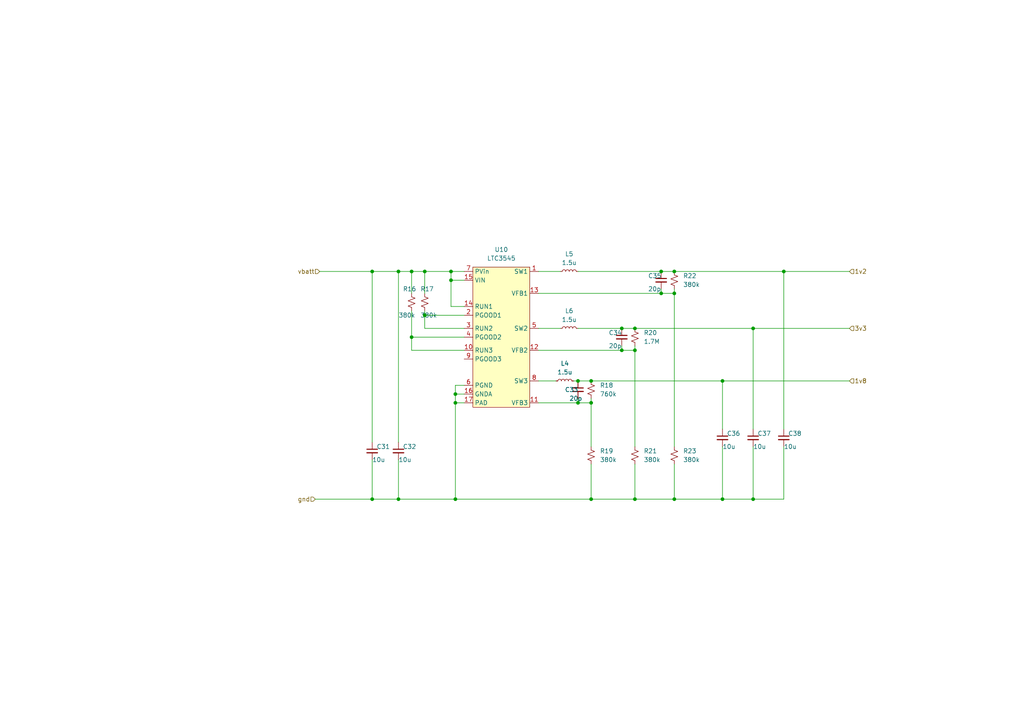
<source format=kicad_sch>
(kicad_sch (version 20211123) (generator eeschema)

  (uuid 8f58cc9e-4244-476f-a43f-ec055cc3eced)

  (paper "A4")

  (lib_symbols
    (symbol "0_kicad_custom_symbols:LTC3545" (in_bom yes) (on_board yes)
      (property "Reference" "U" (id 0) (at 0 24.13 0)
        (effects (font (size 1.27 1.27)))
      )
      (property "Value" "LTC3545" (id 1) (at 0 21.59 0)
        (effects (font (size 1.27 1.27)))
      )
      (property "Footprint" "" (id 2) (at 1.27 25.4 0)
        (effects (font (size 1.27 1.27)) hide)
      )
      (property "Datasheet" "" (id 3) (at 1.27 25.4 0)
        (effects (font (size 1.27 1.27)) hide)
      )
      (symbol "LTC3545_0_0"
        (pin unspecified line (at 11.43 19.05 180) (length 2.54)
          (name "SW1" (effects (font (size 1.27 1.27))))
          (number "1" (effects (font (size 1.27 1.27))))
        )
        (pin unspecified line (at -10.16 -3.81 0) (length 2.54)
          (name "RUN3" (effects (font (size 1.27 1.27))))
          (number "10" (effects (font (size 1.27 1.27))))
        )
        (pin unspecified line (at 11.43 -19.05 180) (length 2.54)
          (name "VFB3" (effects (font (size 1.27 1.27))))
          (number "11" (effects (font (size 1.27 1.27))))
        )
        (pin unspecified line (at 11.43 -3.81 180) (length 2.54)
          (name "VFB2" (effects (font (size 1.27 1.27))))
          (number "12" (effects (font (size 1.27 1.27))))
        )
        (pin unspecified line (at 11.43 12.7 180) (length 2.54)
          (name "VFB1" (effects (font (size 1.27 1.27))))
          (number "13" (effects (font (size 1.27 1.27))))
        )
        (pin unspecified line (at -10.16 8.89 0) (length 2.54)
          (name "RUN1" (effects (font (size 1.27 1.27))))
          (number "14" (effects (font (size 1.27 1.27))))
        )
        (pin unspecified line (at -10.16 16.51 0) (length 2.54)
          (name "VIN" (effects (font (size 1.27 1.27))))
          (number "15" (effects (font (size 1.27 1.27))))
        )
        (pin unspecified line (at -10.16 -16.51 0) (length 2.54)
          (name "GNDA" (effects (font (size 1.27 1.27))))
          (number "16" (effects (font (size 1.27 1.27))))
        )
        (pin unspecified line (at -10.16 -19.05 0) (length 2.54)
          (name "PAD" (effects (font (size 1.27 1.27))))
          (number "17" (effects (font (size 1.27 1.27))))
        )
        (pin unspecified line (at -10.16 6.35 0) (length 2.54)
          (name "PGOOD1" (effects (font (size 1.27 1.27))))
          (number "2" (effects (font (size 1.27 1.27))))
        )
        (pin unspecified line (at -10.16 2.54 0) (length 2.54)
          (name "RUN2" (effects (font (size 1.27 1.27))))
          (number "3" (effects (font (size 1.27 1.27))))
        )
        (pin unspecified line (at -10.16 0 0) (length 2.54)
          (name "PGOOD2" (effects (font (size 1.27 1.27))))
          (number "4" (effects (font (size 1.27 1.27))))
        )
        (pin unspecified line (at 11.43 2.54 180) (length 2.54)
          (name "SW2" (effects (font (size 1.27 1.27))))
          (number "5" (effects (font (size 1.27 1.27))))
        )
        (pin unspecified line (at -10.16 -13.97 0) (length 2.54)
          (name "PGND" (effects (font (size 1.27 1.27))))
          (number "6" (effects (font (size 1.27 1.27))))
        )
        (pin unspecified line (at -10.16 19.05 0) (length 2.54)
          (name "PVin" (effects (font (size 1.27 1.27))))
          (number "7" (effects (font (size 1.27 1.27))))
        )
        (pin unspecified line (at 11.43 -12.7 180) (length 2.54)
          (name "SW3" (effects (font (size 1.27 1.27))))
          (number "8" (effects (font (size 1.27 1.27))))
        )
        (pin unspecified line (at -10.16 -6.35 0) (length 2.54)
          (name "PGOOD3" (effects (font (size 1.27 1.27))))
          (number "9" (effects (font (size 1.27 1.27))))
        )
      )
      (symbol "LTC3545_0_1"
        (rectangle (start -7.62 20.32) (end 8.89 -20.32)
          (stroke (width 0) (type default) (color 0 0 0 0))
          (fill (type background))
        )
      )
    )
    (symbol "Device:C_Small" (pin_numbers hide) (pin_names (offset 0.254) hide) (in_bom yes) (on_board yes)
      (property "Reference" "C" (id 0) (at 0.254 1.778 0)
        (effects (font (size 1.27 1.27)) (justify left))
      )
      (property "Value" "C_Small" (id 1) (at 0.254 -2.032 0)
        (effects (font (size 1.27 1.27)) (justify left))
      )
      (property "Footprint" "" (id 2) (at 0 0 0)
        (effects (font (size 1.27 1.27)) hide)
      )
      (property "Datasheet" "~" (id 3) (at 0 0 0)
        (effects (font (size 1.27 1.27)) hide)
      )
      (property "ki_keywords" "capacitor cap" (id 4) (at 0 0 0)
        (effects (font (size 1.27 1.27)) hide)
      )
      (property "ki_description" "Unpolarized capacitor, small symbol" (id 5) (at 0 0 0)
        (effects (font (size 1.27 1.27)) hide)
      )
      (property "ki_fp_filters" "C_*" (id 6) (at 0 0 0)
        (effects (font (size 1.27 1.27)) hide)
      )
      (symbol "C_Small_0_1"
        (polyline
          (pts
            (xy -1.524 -0.508)
            (xy 1.524 -0.508)
          )
          (stroke (width 0.3302) (type default) (color 0 0 0 0))
          (fill (type none))
        )
        (polyline
          (pts
            (xy -1.524 0.508)
            (xy 1.524 0.508)
          )
          (stroke (width 0.3048) (type default) (color 0 0 0 0))
          (fill (type none))
        )
      )
      (symbol "C_Small_1_1"
        (pin passive line (at 0 2.54 270) (length 2.032)
          (name "~" (effects (font (size 1.27 1.27))))
          (number "1" (effects (font (size 1.27 1.27))))
        )
        (pin passive line (at 0 -2.54 90) (length 2.032)
          (name "~" (effects (font (size 1.27 1.27))))
          (number "2" (effects (font (size 1.27 1.27))))
        )
      )
    )
    (symbol "Device:L_Small" (pin_numbers hide) (pin_names (offset 0.254) hide) (in_bom yes) (on_board yes)
      (property "Reference" "L" (id 0) (at 0.762 1.016 0)
        (effects (font (size 1.27 1.27)) (justify left))
      )
      (property "Value" "L_Small" (id 1) (at 0.762 -1.016 0)
        (effects (font (size 1.27 1.27)) (justify left))
      )
      (property "Footprint" "" (id 2) (at 0 0 0)
        (effects (font (size 1.27 1.27)) hide)
      )
      (property "Datasheet" "~" (id 3) (at 0 0 0)
        (effects (font (size 1.27 1.27)) hide)
      )
      (property "ki_keywords" "inductor choke coil reactor magnetic" (id 4) (at 0 0 0)
        (effects (font (size 1.27 1.27)) hide)
      )
      (property "ki_description" "Inductor, small symbol" (id 5) (at 0 0 0)
        (effects (font (size 1.27 1.27)) hide)
      )
      (property "ki_fp_filters" "Choke_* *Coil* Inductor_* L_*" (id 6) (at 0 0 0)
        (effects (font (size 1.27 1.27)) hide)
      )
      (symbol "L_Small_0_1"
        (arc (start 0 -2.032) (mid 0.508 -1.524) (end 0 -1.016)
          (stroke (width 0) (type default) (color 0 0 0 0))
          (fill (type none))
        )
        (arc (start 0 -1.016) (mid 0.508 -0.508) (end 0 0)
          (stroke (width 0) (type default) (color 0 0 0 0))
          (fill (type none))
        )
        (arc (start 0 0) (mid 0.508 0.508) (end 0 1.016)
          (stroke (width 0) (type default) (color 0 0 0 0))
          (fill (type none))
        )
        (arc (start 0 1.016) (mid 0.508 1.524) (end 0 2.032)
          (stroke (width 0) (type default) (color 0 0 0 0))
          (fill (type none))
        )
      )
      (symbol "L_Small_1_1"
        (pin passive line (at 0 2.54 270) (length 0.508)
          (name "~" (effects (font (size 1.27 1.27))))
          (number "1" (effects (font (size 1.27 1.27))))
        )
        (pin passive line (at 0 -2.54 90) (length 0.508)
          (name "~" (effects (font (size 1.27 1.27))))
          (number "2" (effects (font (size 1.27 1.27))))
        )
      )
    )
    (symbol "Device:R_Small_US" (pin_numbers hide) (pin_names (offset 0.254) hide) (in_bom yes) (on_board yes)
      (property "Reference" "R" (id 0) (at 0.762 0.508 0)
        (effects (font (size 1.27 1.27)) (justify left))
      )
      (property "Value" "R_Small_US" (id 1) (at 0.762 -1.016 0)
        (effects (font (size 1.27 1.27)) (justify left))
      )
      (property "Footprint" "" (id 2) (at 0 0 0)
        (effects (font (size 1.27 1.27)) hide)
      )
      (property "Datasheet" "~" (id 3) (at 0 0 0)
        (effects (font (size 1.27 1.27)) hide)
      )
      (property "ki_keywords" "r resistor" (id 4) (at 0 0 0)
        (effects (font (size 1.27 1.27)) hide)
      )
      (property "ki_description" "Resistor, small US symbol" (id 5) (at 0 0 0)
        (effects (font (size 1.27 1.27)) hide)
      )
      (property "ki_fp_filters" "R_*" (id 6) (at 0 0 0)
        (effects (font (size 1.27 1.27)) hide)
      )
      (symbol "R_Small_US_1_1"
        (polyline
          (pts
            (xy 0 0)
            (xy 1.016 -0.381)
            (xy 0 -0.762)
            (xy -1.016 -1.143)
            (xy 0 -1.524)
          )
          (stroke (width 0) (type default) (color 0 0 0 0))
          (fill (type none))
        )
        (polyline
          (pts
            (xy 0 1.524)
            (xy 1.016 1.143)
            (xy 0 0.762)
            (xy -1.016 0.381)
            (xy 0 0)
          )
          (stroke (width 0) (type default) (color 0 0 0 0))
          (fill (type none))
        )
        (pin passive line (at 0 2.54 270) (length 1.016)
          (name "~" (effects (font (size 1.27 1.27))))
          (number "1" (effects (font (size 1.27 1.27))))
        )
        (pin passive line (at 0 -2.54 90) (length 1.016)
          (name "~" (effects (font (size 1.27 1.27))))
          (number "2" (effects (font (size 1.27 1.27))))
        )
      )
    )
  )

  (junction (at 171.45 116.84) (diameter 0) (color 0 0 0 0)
    (uuid 03591743-5a5c-4839-8140-7b06fad441ff)
  )
  (junction (at 132.08 144.78) (diameter 0) (color 0 0 0 0)
    (uuid 058b7c00-73c0-4aae-87d6-e022e8fa4e39)
  )
  (junction (at 171.45 110.49) (diameter 0) (color 0 0 0 0)
    (uuid 10fc3560-fe83-4be4-8641-a2a2424b53dd)
  )
  (junction (at 209.55 144.78) (diameter 0) (color 0 0 0 0)
    (uuid 112ad690-921a-41bd-901f-294ef772e717)
  )
  (junction (at 123.19 91.44) (diameter 0) (color 0 0 0 0)
    (uuid 1981e47b-d7b3-4c81-892f-feb679625eb1)
  )
  (junction (at 107.95 144.78) (diameter 0) (color 0 0 0 0)
    (uuid 22be73ca-f70c-470e-9535-40b4f7917278)
  )
  (junction (at 130.81 78.74) (diameter 0) (color 0 0 0 0)
    (uuid 290dca0c-1086-48f4-80fc-5327d165d33d)
  )
  (junction (at 180.34 95.25) (diameter 0) (color 0 0 0 0)
    (uuid 4afab244-9449-4ee1-a298-29e5f607b780)
  )
  (junction (at 218.44 144.78) (diameter 0) (color 0 0 0 0)
    (uuid 5008ed21-81f9-4ca3-a950-33ab849210d6)
  )
  (junction (at 209.55 110.49) (diameter 0) (color 0 0 0 0)
    (uuid 52040f13-271c-40a2-9817-fe4d028e0001)
  )
  (junction (at 195.58 85.09) (diameter 0) (color 0 0 0 0)
    (uuid 55d78ae3-c503-4265-8d80-bcfba6d1353a)
  )
  (junction (at 132.08 116.84) (diameter 0) (color 0 0 0 0)
    (uuid 60ba51a7-1d4f-470f-b776-6c36c2ce5971)
  )
  (junction (at 184.15 95.25) (diameter 0) (color 0 0 0 0)
    (uuid 67f041b6-e849-49bc-b9db-341c7ef11d56)
  )
  (junction (at 184.15 101.6) (diameter 0) (color 0 0 0 0)
    (uuid 72943449-7d4e-4164-b628-6132a0d529ee)
  )
  (junction (at 130.81 81.28) (diameter 0) (color 0 0 0 0)
    (uuid 7deee722-b579-486d-8b72-0a374053a2eb)
  )
  (junction (at 191.77 78.74) (diameter 0) (color 0 0 0 0)
    (uuid 862e9d3a-d00c-4e35-a1f3-b8523c0b3875)
  )
  (junction (at 195.58 144.78) (diameter 0) (color 0 0 0 0)
    (uuid 91735eb9-6771-4a53-8594-6bc2cc789b55)
  )
  (junction (at 167.64 116.84) (diameter 0) (color 0 0 0 0)
    (uuid 9a58e0f5-5f93-4806-a6cb-7d03971b93da)
  )
  (junction (at 167.64 110.49) (diameter 0) (color 0 0 0 0)
    (uuid 9abebcc4-4ba0-4b09-b1e2-d0d3bb543ddb)
  )
  (junction (at 119.38 97.79) (diameter 0) (color 0 0 0 0)
    (uuid a7f50aa3-b5d8-4563-8d3e-7df8dd41168f)
  )
  (junction (at 115.57 144.78) (diameter 0) (color 0 0 0 0)
    (uuid b16288df-eec6-4ae7-aa58-eac485b572d1)
  )
  (junction (at 123.19 78.74) (diameter 0) (color 0 0 0 0)
    (uuid b8485665-9c74-42b9-bbc0-f1df8c5d21e2)
  )
  (junction (at 107.95 78.74) (diameter 0) (color 0 0 0 0)
    (uuid beb999e9-7c41-4394-908f-ffa317b3d9da)
  )
  (junction (at 115.57 78.74) (diameter 0) (color 0 0 0 0)
    (uuid c15cebbb-a6ee-4e47-89b1-ddec340a2783)
  )
  (junction (at 191.77 85.09) (diameter 0) (color 0 0 0 0)
    (uuid c4ba02a1-8f5b-40b6-8960-b9e3d27f9147)
  )
  (junction (at 180.34 101.6) (diameter 0) (color 0 0 0 0)
    (uuid d60c823c-8f23-4a67-be7b-2b8828441d2f)
  )
  (junction (at 218.44 95.25) (diameter 0) (color 0 0 0 0)
    (uuid db1501fa-a701-4048-8f84-8bc65c0601dc)
  )
  (junction (at 184.15 144.78) (diameter 0) (color 0 0 0 0)
    (uuid df2fa1f6-9855-4f63-9651-205b7f75b9f0)
  )
  (junction (at 227.33 78.74) (diameter 0) (color 0 0 0 0)
    (uuid e1be12ef-1667-4657-8e22-e29ce369e590)
  )
  (junction (at 132.08 114.3) (diameter 0) (color 0 0 0 0)
    (uuid e653be94-887e-48f2-9e69-61973902ec02)
  )
  (junction (at 195.58 78.74) (diameter 0) (color 0 0 0 0)
    (uuid e829cd38-2ba5-4b69-9f53-cf78acb70a9d)
  )
  (junction (at 119.38 78.74) (diameter 0) (color 0 0 0 0)
    (uuid ea0b9e60-dfab-444a-9a96-57a7ac22ec76)
  )
  (junction (at 171.45 144.78) (diameter 0) (color 0 0 0 0)
    (uuid fc598991-33f1-45b4-a92a-faa2fa26c46c)
  )

  (wire (pts (xy 209.55 110.49) (xy 209.55 124.46))
    (stroke (width 0) (type default) (color 0 0 0 0))
    (uuid 0030fc66-73ac-4643-af59-25c5159a7a54)
  )
  (wire (pts (xy 184.15 101.6) (xy 184.15 100.33))
    (stroke (width 0) (type default) (color 0 0 0 0))
    (uuid 00f2c48d-2f75-47bf-bd07-7bd0fa3f9834)
  )
  (wire (pts (xy 132.08 144.78) (xy 115.57 144.78))
    (stroke (width 0) (type default) (color 0 0 0 0))
    (uuid 02e33b8c-be39-4e3f-b3e0-7a40e059d55d)
  )
  (wire (pts (xy 227.33 144.78) (xy 227.33 129.54))
    (stroke (width 0) (type default) (color 0 0 0 0))
    (uuid 04ba9f20-ce5b-4ca8-afbe-925f2da020f5)
  )
  (wire (pts (xy 227.33 78.74) (xy 246.38 78.74))
    (stroke (width 0) (type default) (color 0 0 0 0))
    (uuid 0c42a8d0-675c-42e2-9276-ab70f0819c1a)
  )
  (wire (pts (xy 227.33 78.74) (xy 227.33 124.46))
    (stroke (width 0) (type default) (color 0 0 0 0))
    (uuid 1b2c7f8f-2009-44c6-a862-61ae7efb5b9a)
  )
  (wire (pts (xy 115.57 128.27) (xy 115.57 78.74))
    (stroke (width 0) (type default) (color 0 0 0 0))
    (uuid 29a6c550-58d8-475b-a9f7-6b992a26fc62)
  )
  (wire (pts (xy 130.81 78.74) (xy 134.62 78.74))
    (stroke (width 0) (type default) (color 0 0 0 0))
    (uuid 2aae96b7-5c53-49a5-a8e1-e458a9bdc370)
  )
  (wire (pts (xy 107.95 78.74) (xy 107.95 128.27))
    (stroke (width 0) (type default) (color 0 0 0 0))
    (uuid 39e3d666-c3a6-469c-9eef-7b1e52c07679)
  )
  (wire (pts (xy 115.57 144.78) (xy 107.95 144.78))
    (stroke (width 0) (type default) (color 0 0 0 0))
    (uuid 3b133da7-950d-4f21-968c-1377735a22d1)
  )
  (wire (pts (xy 167.64 115.57) (xy 167.64 116.84))
    (stroke (width 0) (type default) (color 0 0 0 0))
    (uuid 42f3ecda-1094-4f1c-a151-904d476f4ef2)
  )
  (wire (pts (xy 123.19 95.25) (xy 123.19 91.44))
    (stroke (width 0) (type default) (color 0 0 0 0))
    (uuid 4abcc845-2c5e-419c-b3af-b822c7c0d8a8)
  )
  (wire (pts (xy 171.45 134.62) (xy 171.45 144.78))
    (stroke (width 0) (type default) (color 0 0 0 0))
    (uuid 4af851ff-3f20-4c0d-8950-71e377697aac)
  )
  (wire (pts (xy 132.08 114.3) (xy 134.62 114.3))
    (stroke (width 0) (type default) (color 0 0 0 0))
    (uuid 4b64d1a3-09eb-42b1-b68c-c0910e86bc56)
  )
  (wire (pts (xy 184.15 134.62) (xy 184.15 144.78))
    (stroke (width 0) (type default) (color 0 0 0 0))
    (uuid 4cfb522d-838b-4f9f-a42a-2ace55329a09)
  )
  (wire (pts (xy 195.58 85.09) (xy 195.58 83.82))
    (stroke (width 0) (type default) (color 0 0 0 0))
    (uuid 516daf5c-571a-46d0-b62e-e3cab55c995b)
  )
  (wire (pts (xy 195.58 85.09) (xy 195.58 129.54))
    (stroke (width 0) (type default) (color 0 0 0 0))
    (uuid 518f6839-3519-4322-9cc9-5d5bd4f36995)
  )
  (wire (pts (xy 123.19 91.44) (xy 134.62 91.44))
    (stroke (width 0) (type default) (color 0 0 0 0))
    (uuid 531ae204-11d5-4dcd-9956-84d8ad2240bd)
  )
  (wire (pts (xy 132.08 116.84) (xy 132.08 144.78))
    (stroke (width 0) (type default) (color 0 0 0 0))
    (uuid 58ee184c-826b-4a80-a8d1-c35c7ccaa3d9)
  )
  (wire (pts (xy 191.77 85.09) (xy 195.58 85.09))
    (stroke (width 0) (type default) (color 0 0 0 0))
    (uuid 5b70ae99-36ee-415c-a8b3-3dee2c41ddc3)
  )
  (wire (pts (xy 91.44 144.78) (xy 107.95 144.78))
    (stroke (width 0) (type default) (color 0 0 0 0))
    (uuid 5b948d3f-dc98-4534-a4ca-2cd6d7bbe884)
  )
  (wire (pts (xy 171.45 144.78) (xy 184.15 144.78))
    (stroke (width 0) (type default) (color 0 0 0 0))
    (uuid 62ea90cf-0840-4612-a791-d16d3d566f41)
  )
  (wire (pts (xy 132.08 114.3) (xy 132.08 116.84))
    (stroke (width 0) (type default) (color 0 0 0 0))
    (uuid 67cbaa25-fa93-4101-8b5d-2e0e78e1cb1a)
  )
  (wire (pts (xy 132.08 144.78) (xy 171.45 144.78))
    (stroke (width 0) (type default) (color 0 0 0 0))
    (uuid 6860e3b5-7b56-41f8-9fc5-1a17c3b164e0)
  )
  (wire (pts (xy 123.19 91.44) (xy 123.19 90.17))
    (stroke (width 0) (type default) (color 0 0 0 0))
    (uuid 69e26f81-bdc9-4712-9fc4-690f68669e9d)
  )
  (wire (pts (xy 134.62 81.28) (xy 130.81 81.28))
    (stroke (width 0) (type default) (color 0 0 0 0))
    (uuid 6aa10ac7-416b-4b64-98d8-f058b1914e3b)
  )
  (wire (pts (xy 180.34 101.6) (xy 184.15 101.6))
    (stroke (width 0) (type default) (color 0 0 0 0))
    (uuid 6bc0f187-777e-4dee-a1f9-28b1009d4bf5)
  )
  (wire (pts (xy 134.62 95.25) (xy 123.19 95.25))
    (stroke (width 0) (type default) (color 0 0 0 0))
    (uuid 6c2cbc4d-efe2-416f-a9ce-56bff87eef29)
  )
  (wire (pts (xy 218.44 95.25) (xy 218.44 124.46))
    (stroke (width 0) (type default) (color 0 0 0 0))
    (uuid 6dad4726-5bc6-45f7-86c2-bbd4c072a6ed)
  )
  (wire (pts (xy 191.77 83.82) (xy 191.77 85.09))
    (stroke (width 0) (type default) (color 0 0 0 0))
    (uuid 7083624f-d338-4bf8-bda1-0a0dea78f414)
  )
  (wire (pts (xy 134.62 88.9) (xy 130.81 88.9))
    (stroke (width 0) (type default) (color 0 0 0 0))
    (uuid 718aaace-6945-4036-b6a5-c72fc69745d2)
  )
  (wire (pts (xy 119.38 78.74) (xy 123.19 78.74))
    (stroke (width 0) (type default) (color 0 0 0 0))
    (uuid 72618360-bf32-4fb7-b51f-0eec97217c2d)
  )
  (wire (pts (xy 134.62 97.79) (xy 119.38 97.79))
    (stroke (width 0) (type default) (color 0 0 0 0))
    (uuid 75899da7-8411-4f79-8065-a0cacd9f18ca)
  )
  (wire (pts (xy 156.21 78.74) (xy 162.56 78.74))
    (stroke (width 0) (type default) (color 0 0 0 0))
    (uuid 7f8ea062-a422-42ce-9c33-48ee2fa739b8)
  )
  (wire (pts (xy 156.21 101.6) (xy 180.34 101.6))
    (stroke (width 0) (type default) (color 0 0 0 0))
    (uuid 81bce221-ee00-4358-959a-4750e9fbcb73)
  )
  (wire (pts (xy 107.95 144.78) (xy 107.95 133.35))
    (stroke (width 0) (type default) (color 0 0 0 0))
    (uuid 851c44a0-678a-4a16-ae59-65f9d57d1d47)
  )
  (wire (pts (xy 209.55 144.78) (xy 218.44 144.78))
    (stroke (width 0) (type default) (color 0 0 0 0))
    (uuid 8561a421-c87a-4751-b80d-7e42c9bcd9e6)
  )
  (wire (pts (xy 195.58 144.78) (xy 209.55 144.78))
    (stroke (width 0) (type default) (color 0 0 0 0))
    (uuid 8a461514-237c-491c-b6da-7bb659469551)
  )
  (wire (pts (xy 184.15 144.78) (xy 195.58 144.78))
    (stroke (width 0) (type default) (color 0 0 0 0))
    (uuid 8ae53312-e83a-41b0-8e63-8d1a6fe4101e)
  )
  (wire (pts (xy 132.08 111.76) (xy 132.08 114.3))
    (stroke (width 0) (type default) (color 0 0 0 0))
    (uuid 8b28c9e2-f403-4275-9025-e58228647a63)
  )
  (wire (pts (xy 167.64 110.49) (xy 171.45 110.49))
    (stroke (width 0) (type default) (color 0 0 0 0))
    (uuid 8bae84d5-11b4-4574-b8de-625497cc75ff)
  )
  (wire (pts (xy 123.19 78.74) (xy 123.19 85.09))
    (stroke (width 0) (type default) (color 0 0 0 0))
    (uuid 95d23938-eff6-415c-af0d-2f0a518f7b96)
  )
  (wire (pts (xy 156.21 85.09) (xy 191.77 85.09))
    (stroke (width 0) (type default) (color 0 0 0 0))
    (uuid 95fbd1c1-8d05-486d-8256-04f216541071)
  )
  (wire (pts (xy 115.57 78.74) (xy 107.95 78.74))
    (stroke (width 0) (type default) (color 0 0 0 0))
    (uuid 98128fbb-2c9a-4a58-afe1-57a51e387a2b)
  )
  (wire (pts (xy 167.64 78.74) (xy 191.77 78.74))
    (stroke (width 0) (type default) (color 0 0 0 0))
    (uuid a2e97759-c647-4bbc-b824-7f245baa6528)
  )
  (wire (pts (xy 218.44 144.78) (xy 227.33 144.78))
    (stroke (width 0) (type default) (color 0 0 0 0))
    (uuid a3abe6e8-1557-422c-a5c1-6f744dd4e953)
  )
  (wire (pts (xy 218.44 95.25) (xy 246.38 95.25))
    (stroke (width 0) (type default) (color 0 0 0 0))
    (uuid aba01953-9de2-4cfa-8440-e19c841fce69)
  )
  (wire (pts (xy 167.64 116.84) (xy 171.45 116.84))
    (stroke (width 0) (type default) (color 0 0 0 0))
    (uuid b145842e-bce7-41b8-a0b2-9b9c004d22ae)
  )
  (wire (pts (xy 130.81 81.28) (xy 130.81 78.74))
    (stroke (width 0) (type default) (color 0 0 0 0))
    (uuid b88e6621-c7b2-4a9f-8b83-31dc3974d002)
  )
  (wire (pts (xy 180.34 100.33) (xy 180.34 101.6))
    (stroke (width 0) (type default) (color 0 0 0 0))
    (uuid b97530c3-5ce4-4dd8-a1bc-47486e1adf99)
  )
  (wire (pts (xy 134.62 101.6) (xy 119.38 101.6))
    (stroke (width 0) (type default) (color 0 0 0 0))
    (uuid ba0a2d6f-8360-4f05-b083-62a0c80668cf)
  )
  (wire (pts (xy 171.45 116.84) (xy 171.45 115.57))
    (stroke (width 0) (type default) (color 0 0 0 0))
    (uuid bafc5238-1a9b-4296-8d69-8e0b133db30d)
  )
  (wire (pts (xy 171.45 116.84) (xy 171.45 129.54))
    (stroke (width 0) (type default) (color 0 0 0 0))
    (uuid bc5c13ca-819f-4f33-a0d8-a6917977c718)
  )
  (wire (pts (xy 184.15 95.25) (xy 218.44 95.25))
    (stroke (width 0) (type default) (color 0 0 0 0))
    (uuid c1545f94-fb95-49f5-a539-a84a773c5381)
  )
  (wire (pts (xy 209.55 129.54) (xy 209.55 144.78))
    (stroke (width 0) (type default) (color 0 0 0 0))
    (uuid c4984944-d133-41b6-9d36-40da93631789)
  )
  (wire (pts (xy 184.15 101.6) (xy 184.15 129.54))
    (stroke (width 0) (type default) (color 0 0 0 0))
    (uuid c8320c0f-1c7e-4f89-bcf2-7ca279447677)
  )
  (wire (pts (xy 130.81 81.28) (xy 130.81 88.9))
    (stroke (width 0) (type default) (color 0 0 0 0))
    (uuid ca4c2229-ed72-4b9e-8316-fca44d18679d)
  )
  (wire (pts (xy 156.21 116.84) (xy 167.64 116.84))
    (stroke (width 0) (type default) (color 0 0 0 0))
    (uuid cb33ee62-d462-49b2-b3f2-027c2d44b98c)
  )
  (wire (pts (xy 92.71 78.74) (xy 107.95 78.74))
    (stroke (width 0) (type default) (color 0 0 0 0))
    (uuid d4288c20-afb8-466c-92a8-c4fe87bb9518)
  )
  (wire (pts (xy 156.21 95.25) (xy 162.56 95.25))
    (stroke (width 0) (type default) (color 0 0 0 0))
    (uuid d60bf5b0-d256-4c09-9b02-382f0d8305d1)
  )
  (wire (pts (xy 115.57 133.35) (xy 115.57 144.78))
    (stroke (width 0) (type default) (color 0 0 0 0))
    (uuid d72c9527-030e-4926-8a94-f791c448adb5)
  )
  (wire (pts (xy 209.55 110.49) (xy 246.38 110.49))
    (stroke (width 0) (type default) (color 0 0 0 0))
    (uuid d884fe46-5b8c-449a-8346-709b05a944f0)
  )
  (wire (pts (xy 119.38 97.79) (xy 119.38 90.17))
    (stroke (width 0) (type default) (color 0 0 0 0))
    (uuid d9532ab0-2014-49ee-9d70-ae5cb9ab3cd0)
  )
  (wire (pts (xy 119.38 78.74) (xy 119.38 85.09))
    (stroke (width 0) (type default) (color 0 0 0 0))
    (uuid e0a667ab-c57e-4dc6-8b7c-fee353179d50)
  )
  (wire (pts (xy 115.57 78.74) (xy 119.38 78.74))
    (stroke (width 0) (type default) (color 0 0 0 0))
    (uuid e0dcc309-5dcc-459e-910f-c1467f8fa170)
  )
  (wire (pts (xy 119.38 101.6) (xy 119.38 97.79))
    (stroke (width 0) (type default) (color 0 0 0 0))
    (uuid e5f6f493-1852-4f2a-a91f-90c860c6e3df)
  )
  (wire (pts (xy 166.37 110.49) (xy 167.64 110.49))
    (stroke (width 0) (type default) (color 0 0 0 0))
    (uuid ec11218b-ec96-440c-8f9e-b219d703551e)
  )
  (wire (pts (xy 156.21 110.49) (xy 161.29 110.49))
    (stroke (width 0) (type default) (color 0 0 0 0))
    (uuid eff68a16-eb16-4f36-bb1f-89070d51d691)
  )
  (wire (pts (xy 171.45 110.49) (xy 209.55 110.49))
    (stroke (width 0) (type default) (color 0 0 0 0))
    (uuid f0370cd7-fd11-4f22-8fa7-55f6ec00f0c9)
  )
  (wire (pts (xy 132.08 116.84) (xy 134.62 116.84))
    (stroke (width 0) (type default) (color 0 0 0 0))
    (uuid f46c30aa-32a2-462d-9545-cac3d29196d9)
  )
  (wire (pts (xy 191.77 78.74) (xy 195.58 78.74))
    (stroke (width 0) (type default) (color 0 0 0 0))
    (uuid f6d461e6-2ad3-4c4e-9a80-3f5924ce1842)
  )
  (wire (pts (xy 195.58 78.74) (xy 227.33 78.74))
    (stroke (width 0) (type default) (color 0 0 0 0))
    (uuid f80c3a54-6403-49c2-8a42-0e6dc30df5c2)
  )
  (wire (pts (xy 180.34 95.25) (xy 184.15 95.25))
    (stroke (width 0) (type default) (color 0 0 0 0))
    (uuid f853ed52-c0fa-4638-9940-b2bb550dfe50)
  )
  (wire (pts (xy 195.58 134.62) (xy 195.58 144.78))
    (stroke (width 0) (type default) (color 0 0 0 0))
    (uuid fc1b818c-9fee-425a-bfaf-6afd9cd934a1)
  )
  (wire (pts (xy 218.44 129.54) (xy 218.44 144.78))
    (stroke (width 0) (type default) (color 0 0 0 0))
    (uuid fda5a7a7-305f-47b7-912a-f0bc51dea737)
  )
  (wire (pts (xy 123.19 78.74) (xy 130.81 78.74))
    (stroke (width 0) (type default) (color 0 0 0 0))
    (uuid fe5517ce-9954-4718-be8e-7089454afd17)
  )
  (wire (pts (xy 167.64 95.25) (xy 180.34 95.25))
    (stroke (width 0) (type default) (color 0 0 0 0))
    (uuid fed14461-b754-4d56-b372-78112a52b7d2)
  )
  (wire (pts (xy 134.62 111.76) (xy 132.08 111.76))
    (stroke (width 0) (type default) (color 0 0 0 0))
    (uuid ffc274ff-880a-4aaa-b0d2-c432423df0e8)
  )

  (hierarchical_label "gnd" (shape input) (at 91.44 144.78 180)
    (effects (font (size 1.27 1.27)) (justify right))
    (uuid 43d87278-475a-4258-8ee3-d5a1c4623c3f)
  )
  (hierarchical_label "1v2" (shape input) (at 246.38 78.74 0)
    (effects (font (size 1.27 1.27)) (justify left))
    (uuid 5369fcae-5439-433a-ba67-603cac830a41)
  )
  (hierarchical_label "3v3" (shape input) (at 246.38 95.25 0)
    (effects (font (size 1.27 1.27)) (justify left))
    (uuid 8dff4221-6bee-43c9-bd3d-4a81a330d6be)
  )
  (hierarchical_label "vbatt" (shape input) (at 92.71 78.74 180)
    (effects (font (size 1.27 1.27)) (justify right))
    (uuid e9436b74-e0b6-49ec-a8da-2bff5bc51902)
  )
  (hierarchical_label "1v8" (shape input) (at 246.38 110.49 0)
    (effects (font (size 1.27 1.27)) (justify left))
    (uuid ee010711-c08e-49c8-accb-63566274c403)
  )

  (symbol (lib_id "Device:R_Small_US") (at 184.15 97.79 180) (unit 1)
    (in_bom yes) (on_board yes)
    (uuid 09e31ef4-57f5-473a-b16c-d126f473e675)
    (property "Reference" "R20" (id 0) (at 186.69 96.52 0)
      (effects (font (size 1.27 1.27)) (justify right))
    )
    (property "Value" "1.7M" (id 1) (at 186.69 99.0599 0)
      (effects (font (size 1.27 1.27)) (justify right))
    )
    (property "Footprint" "Resistor_SMD:R_0603_1608Metric_Pad0.98x0.95mm_HandSolder" (id 2) (at 184.15 97.79 0)
      (effects (font (size 1.27 1.27)) hide)
    )
    (property "Datasheet" "~" (id 3) (at 184.15 97.79 0)
      (effects (font (size 1.27 1.27)) hide)
    )
    (pin "1" (uuid 1dec2383-55ec-4b15-a605-861cf39ad9a2))
    (pin "2" (uuid 92fe3025-2bcf-4951-92df-607610b6a7fa))
  )

  (symbol (lib_id "Device:C_Small") (at 227.33 127 0) (unit 1)
    (in_bom yes) (on_board yes)
    (uuid 13777df6-6ab8-490f-bf46-8c604ca1e83a)
    (property "Reference" "C38" (id 0) (at 228.6 125.73 0)
      (effects (font (size 1.27 1.27)) (justify left))
    )
    (property "Value" "10u" (id 1) (at 227.33 129.54 0)
      (effects (font (size 1.27 1.27)) (justify left))
    )
    (property "Footprint" "Capacitor_SMD:C_0603_1608Metric_Pad1.08x0.95mm_HandSolder" (id 2) (at 227.33 127 0)
      (effects (font (size 1.27 1.27)) hide)
    )
    (property "Datasheet" "~" (id 3) (at 227.33 127 0)
      (effects (font (size 1.27 1.27)) hide)
    )
    (pin "1" (uuid 0a0ce442-c431-49e1-bc14-8d89ec35e909))
    (pin "2" (uuid e613ac27-4ee9-447c-bee4-99b7e02fa274))
  )

  (symbol (lib_id "Device:L_Small") (at 165.1 78.74 90) (unit 1)
    (in_bom yes) (on_board yes) (fields_autoplaced)
    (uuid 1916b49e-9087-4b8d-8521-0248c0fd1938)
    (property "Reference" "L5" (id 0) (at 165.1 73.66 90))
    (property "Value" "1.5u" (id 1) (at 165.1 76.2 90))
    (property "Footprint" "Inductor_SMD:L_0603_1608Metric_Pad1.05x0.95mm_HandSolder" (id 2) (at 165.1 78.74 0)
      (effects (font (size 1.27 1.27)) hide)
    )
    (property "Datasheet" "~" (id 3) (at 165.1 78.74 0)
      (effects (font (size 1.27 1.27)) hide)
    )
    (pin "1" (uuid 900d797f-79f7-47fa-ae48-21958afe6bcf))
    (pin "2" (uuid bd69264a-67a4-4950-8c9f-999131db1dd4))
  )

  (symbol (lib_id "Device:R_Small_US") (at 171.45 113.03 180) (unit 1)
    (in_bom yes) (on_board yes)
    (uuid 1c372ed4-7b70-4861-9237-b5edcb7d29c6)
    (property "Reference" "R18" (id 0) (at 173.99 111.76 0)
      (effects (font (size 1.27 1.27)) (justify right))
    )
    (property "Value" "760k" (id 1) (at 173.99 114.2999 0)
      (effects (font (size 1.27 1.27)) (justify right))
    )
    (property "Footprint" "Resistor_SMD:R_0603_1608Metric_Pad0.98x0.95mm_HandSolder" (id 2) (at 171.45 113.03 0)
      (effects (font (size 1.27 1.27)) hide)
    )
    (property "Datasheet" "~" (id 3) (at 171.45 113.03 0)
      (effects (font (size 1.27 1.27)) hide)
    )
    (pin "1" (uuid 629752a4-72e8-4a80-b61c-bfb76e376035))
    (pin "2" (uuid 271601ea-7c11-4997-9f14-9c17e14d39fe))
  )

  (symbol (lib_id "Device:C_Small") (at 180.34 97.79 0) (unit 1)
    (in_bom yes) (on_board yes)
    (uuid 288aa0d2-38c1-4870-a4dd-42fe34b5b45a)
    (property "Reference" "C34" (id 0) (at 176.53 96.52 0)
      (effects (font (size 1.27 1.27)) (justify left))
    )
    (property "Value" "20p" (id 1) (at 176.53 100.33 0)
      (effects (font (size 1.27 1.27)) (justify left))
    )
    (property "Footprint" "Capacitor_SMD:C_0603_1608Metric_Pad1.08x0.95mm_HandSolder" (id 2) (at 180.34 97.79 0)
      (effects (font (size 1.27 1.27)) hide)
    )
    (property "Datasheet" "~" (id 3) (at 180.34 97.79 0)
      (effects (font (size 1.27 1.27)) hide)
    )
    (pin "1" (uuid 0ece7409-db31-4e9c-bbd1-972e4ae1345d))
    (pin "2" (uuid f076d83e-8eb1-4e6f-9719-f6a351e75217))
  )

  (symbol (lib_id "Device:C_Small") (at 191.77 81.28 0) (unit 1)
    (in_bom yes) (on_board yes)
    (uuid 2932d6c8-1891-4542-85e1-fb8fea95985c)
    (property "Reference" "C35" (id 0) (at 187.96 80.01 0)
      (effects (font (size 1.27 1.27)) (justify left))
    )
    (property "Value" "20p" (id 1) (at 187.96 83.82 0)
      (effects (font (size 1.27 1.27)) (justify left))
    )
    (property "Footprint" "Capacitor_SMD:C_0603_1608Metric_Pad1.08x0.95mm_HandSolder" (id 2) (at 191.77 81.28 0)
      (effects (font (size 1.27 1.27)) hide)
    )
    (property "Datasheet" "~" (id 3) (at 191.77 81.28 0)
      (effects (font (size 1.27 1.27)) hide)
    )
    (pin "1" (uuid e12f7cfc-75e5-4edf-b794-51e368ca3724))
    (pin "2" (uuid 480d893b-0fde-4f11-a955-4ba273a7eff7))
  )

  (symbol (lib_id "Device:L_Small") (at 163.83 110.49 90) (unit 1)
    (in_bom yes) (on_board yes) (fields_autoplaced)
    (uuid 2cb9ee19-71c7-45da-ab6b-c2f4fe2cc1ff)
    (property "Reference" "L4" (id 0) (at 163.83 105.41 90))
    (property "Value" "1.5u" (id 1) (at 163.83 107.95 90))
    (property "Footprint" "Inductor_SMD:L_0603_1608Metric_Pad1.05x0.95mm_HandSolder" (id 2) (at 163.83 110.49 0)
      (effects (font (size 1.27 1.27)) hide)
    )
    (property "Datasheet" "~" (id 3) (at 163.83 110.49 0)
      (effects (font (size 1.27 1.27)) hide)
    )
    (pin "1" (uuid cd21f694-063c-4209-a1b4-ab9d47979ef0))
    (pin "2" (uuid 385fd872-b3d0-41fd-94d4-a4c2da5c2379))
  )

  (symbol (lib_id "Device:R_Small_US") (at 123.19 87.63 180) (unit 1)
    (in_bom yes) (on_board yes)
    (uuid 2ef36b06-c31b-43a9-81f2-509d3c65079d)
    (property "Reference" "R17" (id 0) (at 121.92 83.82 0)
      (effects (font (size 1.27 1.27)) (justify right))
    )
    (property "Value" "380k" (id 1) (at 121.92 91.44 0)
      (effects (font (size 1.27 1.27)) (justify right))
    )
    (property "Footprint" "Resistor_SMD:R_0603_1608Metric_Pad0.98x0.95mm_HandSolder" (id 2) (at 123.19 87.63 0)
      (effects (font (size 1.27 1.27)) hide)
    )
    (property "Datasheet" "~" (id 3) (at 123.19 87.63 0)
      (effects (font (size 1.27 1.27)) hide)
    )
    (pin "1" (uuid ab64db3a-85d7-4389-9bbc-4539da4dc0d2))
    (pin "2" (uuid 5f70bd82-f06e-49da-a43c-6f23fe2fd210))
  )

  (symbol (lib_id "Device:R_Small_US") (at 119.38 87.63 180) (unit 1)
    (in_bom yes) (on_board yes)
    (uuid 4ca4484d-9995-4770-97e3-7dda238dba95)
    (property "Reference" "R16" (id 0) (at 116.84 83.82 0)
      (effects (font (size 1.27 1.27)) (justify right))
    )
    (property "Value" "380k" (id 1) (at 115.57 91.44 0)
      (effects (font (size 1.27 1.27)) (justify right))
    )
    (property "Footprint" "Resistor_SMD:R_0603_1608Metric_Pad0.98x0.95mm_HandSolder" (id 2) (at 119.38 87.63 0)
      (effects (font (size 1.27 1.27)) hide)
    )
    (property "Datasheet" "~" (id 3) (at 119.38 87.63 0)
      (effects (font (size 1.27 1.27)) hide)
    )
    (pin "1" (uuid e6bc1da7-1223-4c22-8ac3-429c4edd1365))
    (pin "2" (uuid 38f63a56-57ff-47fb-b8e5-9c57ea2b2479))
  )

  (symbol (lib_id "Device:R_Small_US") (at 171.45 132.08 180) (unit 1)
    (in_bom yes) (on_board yes)
    (uuid 4f6c2a25-5f58-4350-b59c-e6778ca091c7)
    (property "Reference" "R19" (id 0) (at 173.99 130.81 0)
      (effects (font (size 1.27 1.27)) (justify right))
    )
    (property "Value" "380k" (id 1) (at 173.99 133.3499 0)
      (effects (font (size 1.27 1.27)) (justify right))
    )
    (property "Footprint" "Resistor_SMD:R_0603_1608Metric_Pad0.98x0.95mm_HandSolder" (id 2) (at 171.45 132.08 0)
      (effects (font (size 1.27 1.27)) hide)
    )
    (property "Datasheet" "~" (id 3) (at 171.45 132.08 0)
      (effects (font (size 1.27 1.27)) hide)
    )
    (pin "1" (uuid 7630354e-b976-481a-85dd-2909a360fa02))
    (pin "2" (uuid d5772e53-7a2d-4909-83ca-afe310c28537))
  )

  (symbol (lib_id "Device:C_Small") (at 167.64 113.03 0) (unit 1)
    (in_bom yes) (on_board yes)
    (uuid 7d23f486-741f-4c9d-998a-013baa955151)
    (property "Reference" "C33" (id 0) (at 163.83 113.03 0)
      (effects (font (size 1.27 1.27)) (justify left))
    )
    (property "Value" "20p" (id 1) (at 165.1 115.57 0)
      (effects (font (size 1.27 1.27)) (justify left))
    )
    (property "Footprint" "Capacitor_SMD:C_0603_1608Metric_Pad1.08x0.95mm_HandSolder" (id 2) (at 167.64 113.03 0)
      (effects (font (size 1.27 1.27)) hide)
    )
    (property "Datasheet" "~" (id 3) (at 167.64 113.03 0)
      (effects (font (size 1.27 1.27)) hide)
    )
    (pin "1" (uuid afcb0774-809d-4e84-987f-b4923b190442))
    (pin "2" (uuid 1151c89f-624f-4fc5-86af-8790500da45e))
  )

  (symbol (lib_id "Device:R_Small_US") (at 195.58 132.08 180) (unit 1)
    (in_bom yes) (on_board yes)
    (uuid 7ef17be8-3fc2-45f6-ac5d-2a53356f2971)
    (property "Reference" "R23" (id 0) (at 198.12 130.81 0)
      (effects (font (size 1.27 1.27)) (justify right))
    )
    (property "Value" "380k" (id 1) (at 198.12 133.3499 0)
      (effects (font (size 1.27 1.27)) (justify right))
    )
    (property "Footprint" "Resistor_SMD:R_0603_1608Metric_Pad0.98x0.95mm_HandSolder" (id 2) (at 195.58 132.08 0)
      (effects (font (size 1.27 1.27)) hide)
    )
    (property "Datasheet" "~" (id 3) (at 195.58 132.08 0)
      (effects (font (size 1.27 1.27)) hide)
    )
    (pin "1" (uuid e0f741a1-c34f-4e7e-b030-9b914a22399b))
    (pin "2" (uuid a31d9de7-6abe-4e88-b1e5-8f5fedd36440))
  )

  (symbol (lib_id "Device:R_Small_US") (at 184.15 132.08 180) (unit 1)
    (in_bom yes) (on_board yes)
    (uuid 964e0e68-c1ef-4699-8547-6006a5e352d5)
    (property "Reference" "R21" (id 0) (at 186.69 130.81 0)
      (effects (font (size 1.27 1.27)) (justify right))
    )
    (property "Value" "380k" (id 1) (at 186.69 133.3499 0)
      (effects (font (size 1.27 1.27)) (justify right))
    )
    (property "Footprint" "Resistor_SMD:R_0603_1608Metric_Pad0.98x0.95mm_HandSolder" (id 2) (at 184.15 132.08 0)
      (effects (font (size 1.27 1.27)) hide)
    )
    (property "Datasheet" "~" (id 3) (at 184.15 132.08 0)
      (effects (font (size 1.27 1.27)) hide)
    )
    (pin "1" (uuid b7b5a6c7-c84e-47a1-abbe-dc2b7f5e2828))
    (pin "2" (uuid b1835a5c-d88a-4956-bef0-614a0cedbee5))
  )

  (symbol (lib_id "Device:C_Small") (at 209.55 127 0) (unit 1)
    (in_bom yes) (on_board yes)
    (uuid 97e1291a-ef97-4c65-80ef-2f7808789476)
    (property "Reference" "C36" (id 0) (at 210.82 125.73 0)
      (effects (font (size 1.27 1.27)) (justify left))
    )
    (property "Value" "10u" (id 1) (at 209.55 129.54 0)
      (effects (font (size 1.27 1.27)) (justify left))
    )
    (property "Footprint" "Capacitor_SMD:C_0603_1608Metric_Pad1.08x0.95mm_HandSolder" (id 2) (at 209.55 127 0)
      (effects (font (size 1.27 1.27)) hide)
    )
    (property "Datasheet" "~" (id 3) (at 209.55 127 0)
      (effects (font (size 1.27 1.27)) hide)
    )
    (pin "1" (uuid 6ee307bf-1c75-4da3-b376-781b27312c12))
    (pin "2" (uuid 8def7a66-ad1d-4f94-9811-e8068a174fc4))
  )

  (symbol (lib_id "Device:C_Small") (at 115.57 130.81 0) (unit 1)
    (in_bom yes) (on_board yes)
    (uuid b9ecd66a-ecfc-4dfa-a6bb-7171f81ff637)
    (property "Reference" "C32" (id 0) (at 116.84 129.54 0)
      (effects (font (size 1.27 1.27)) (justify left))
    )
    (property "Value" "10u" (id 1) (at 115.57 133.35 0)
      (effects (font (size 1.27 1.27)) (justify left))
    )
    (property "Footprint" "Capacitor_SMD:C_0603_1608Metric_Pad1.08x0.95mm_HandSolder" (id 2) (at 115.57 130.81 0)
      (effects (font (size 1.27 1.27)) hide)
    )
    (property "Datasheet" "~" (id 3) (at 115.57 130.81 0)
      (effects (font (size 1.27 1.27)) hide)
    )
    (pin "1" (uuid 402c87ee-7acb-4b3a-9d16-6180a7ad1e2d))
    (pin "2" (uuid 4bbb9c73-c534-46d9-84e3-c6d6a5867d35))
  )

  (symbol (lib_id "Device:C_Small") (at 218.44 127 0) (unit 1)
    (in_bom yes) (on_board yes)
    (uuid bf27925a-7230-47b8-a08a-864902da52bb)
    (property "Reference" "C37" (id 0) (at 219.71 125.73 0)
      (effects (font (size 1.27 1.27)) (justify left))
    )
    (property "Value" "10u" (id 1) (at 218.44 129.54 0)
      (effects (font (size 1.27 1.27)) (justify left))
    )
    (property "Footprint" "Capacitor_SMD:C_0603_1608Metric_Pad1.08x0.95mm_HandSolder" (id 2) (at 218.44 127 0)
      (effects (font (size 1.27 1.27)) hide)
    )
    (property "Datasheet" "~" (id 3) (at 218.44 127 0)
      (effects (font (size 1.27 1.27)) hide)
    )
    (pin "1" (uuid 30fbe9f7-fcf8-4fc0-9690-da6ca3f3c00a))
    (pin "2" (uuid 3ff39807-c809-445c-9e9f-94b21fc6cd9e))
  )

  (symbol (lib_id "Device:L_Small") (at 165.1 95.25 90) (unit 1)
    (in_bom yes) (on_board yes) (fields_autoplaced)
    (uuid cbf55c1a-eba4-42a2-82be-d373a520acb5)
    (property "Reference" "L6" (id 0) (at 165.1 90.17 90))
    (property "Value" "1.5u" (id 1) (at 165.1 92.71 90))
    (property "Footprint" "Inductor_SMD:L_0603_1608Metric_Pad1.05x0.95mm_HandSolder" (id 2) (at 165.1 95.25 0)
      (effects (font (size 1.27 1.27)) hide)
    )
    (property "Datasheet" "~" (id 3) (at 165.1 95.25 0)
      (effects (font (size 1.27 1.27)) hide)
    )
    (pin "1" (uuid ca603512-8728-48cf-89f1-3fe6e68f8135))
    (pin "2" (uuid d8a0a417-e936-4bd2-8703-d0361e83f3ea))
  )

  (symbol (lib_id "0_kicad_custom_symbols:LTC3545") (at 144.78 97.79 0) (unit 1)
    (in_bom yes) (on_board yes) (fields_autoplaced)
    (uuid d49ac19e-acd2-4b7c-a841-fb4f615f3bb3)
    (property "Reference" "U10" (id 0) (at 145.415 72.39 0))
    (property "Value" "LTC3545" (id 1) (at 145.415 74.93 0))
    (property "Footprint" "Package_DFN_QFN:QFN-16-1EP_3x3mm_P0.5mm_EP1.45x1.45mm" (id 2) (at 146.05 72.39 0)
      (effects (font (size 1.27 1.27)) hide)
    )
    (property "Datasheet" "" (id 3) (at 146.05 72.39 0)
      (effects (font (size 1.27 1.27)) hide)
    )
    (pin "1" (uuid b1430d37-b0b1-48d5-b5aa-7bdf4ed273f7))
    (pin "10" (uuid b204fd6b-95e3-4da4-8d79-ddc1c2c529b6))
    (pin "11" (uuid 131a0546-6269-4cd0-ad48-e66778e4042a))
    (pin "12" (uuid 8045ffdd-ca90-4bcd-9735-10cabb94cb6b))
    (pin "13" (uuid 8b61dc57-8eca-47d4-91de-d389feb3c9ea))
    (pin "14" (uuid 936f6512-51ea-46e9-a2f0-c6b37b4c2bc3))
    (pin "15" (uuid e220daad-7be0-47bc-93cb-9ce6636853de))
    (pin "16" (uuid 35352a2b-5009-45ee-8911-1dd9fab1a163))
    (pin "17" (uuid 3f46c2f0-5c1c-4b92-9a81-b78ffcd95523))
    (pin "2" (uuid 5a5e5784-52a6-4ede-abad-2b5c96b20514))
    (pin "3" (uuid 51e6b601-121f-408e-8e8e-3198c1455ad2))
    (pin "4" (uuid 2028aa32-6001-4a4a-ba37-d3d055e85041))
    (pin "5" (uuid db07da48-0ce8-4257-87ee-015fb98d3a1b))
    (pin "6" (uuid 565e3da0-8c86-423d-a7b6-f4e01b5de9ae))
    (pin "7" (uuid 0b187096-6c65-4490-9e07-7e6e34290e38))
    (pin "8" (uuid 290dd6a8-62f8-4ba1-b70c-ba23cabec100))
    (pin "9" (uuid 054781cf-ba96-4ec6-9fdc-3e811c730e2a))
  )

  (symbol (lib_id "Device:C_Small") (at 107.95 130.81 0) (unit 1)
    (in_bom yes) (on_board yes)
    (uuid dc8116ce-6921-4b9b-9e12-c31293bbf244)
    (property "Reference" "C31" (id 0) (at 109.22 129.54 0)
      (effects (font (size 1.27 1.27)) (justify left))
    )
    (property "Value" "10u" (id 1) (at 107.95 133.35 0)
      (effects (font (size 1.27 1.27)) (justify left))
    )
    (property "Footprint" "Capacitor_SMD:C_0603_1608Metric_Pad1.08x0.95mm_HandSolder" (id 2) (at 107.95 130.81 0)
      (effects (font (size 1.27 1.27)) hide)
    )
    (property "Datasheet" "~" (id 3) (at 107.95 130.81 0)
      (effects (font (size 1.27 1.27)) hide)
    )
    (pin "1" (uuid 378a93fc-0d77-4c8d-9e01-735b07cfbbca))
    (pin "2" (uuid d42df398-8bc1-4bce-a1b7-434fd8cc2ca2))
  )

  (symbol (lib_id "Device:R_Small_US") (at 195.58 81.28 180) (unit 1)
    (in_bom yes) (on_board yes)
    (uuid f7a66a4a-e172-46bb-a172-1cbf9fa08e9e)
    (property "Reference" "R22" (id 0) (at 198.12 80.01 0)
      (effects (font (size 1.27 1.27)) (justify right))
    )
    (property "Value" "380k" (id 1) (at 198.12 82.5499 0)
      (effects (font (size 1.27 1.27)) (justify right))
    )
    (property "Footprint" "Resistor_SMD:R_0603_1608Metric_Pad0.98x0.95mm_HandSolder" (id 2) (at 195.58 81.28 0)
      (effects (font (size 1.27 1.27)) hide)
    )
    (property "Datasheet" "~" (id 3) (at 195.58 81.28 0)
      (effects (font (size 1.27 1.27)) hide)
    )
    (pin "1" (uuid a93fc724-016a-4924-844c-d95bfade2abb))
    (pin "2" (uuid ba8e1813-255a-41d4-8cdf-691af1fd485e))
  )
)

</source>
